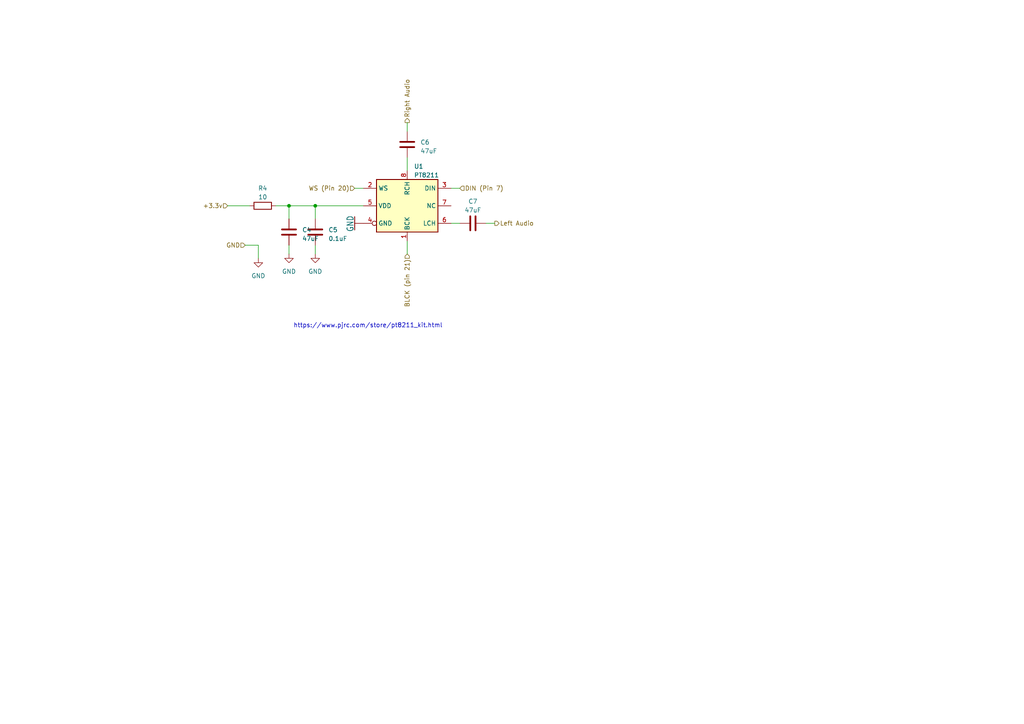
<source format=kicad_sch>
(kicad_sch (version 20230121) (generator eeschema)
  (paper "A4")
  (lib_symbols
    (symbol "A2 Drums-eagle-import:GND" (power)
      (property "Value" "GND" (at -2.54 -2.54 0))
      (symbol "GND_1_0"
        (polyline (pts (xy -1.905 0) (xy 1.905 0)) (stroke (width 0.254)))
        (pin power_in line (at 0 2.54 270) (length 2.54) (name "GND") (number "1"))
      )
    )
    (symbol "Device:C" (pin_numbers hide) (pin_names (offset 0.254))
      (property "Reference" "C" (at 0.635 2.54 0))
      (property "Value" "C" (at 0.635 -2.54 0))
      (symbol "C_0_1"
        (polyline (pts (xy -2.032 -0.762) (xy 2.032 -0.762)) (stroke (width 0.508)))
        (polyline (pts (xy -2.032 0.762) (xy 2.032 0.762)) (stroke (width 0.508)))
      )
      (symbol "C_1_1"
        (pin passive line (at 0 3.81 270) (length 2.794) (name "~") (number "1"))
        (pin passive line (at 0 -3.81 90) (length 2.794) (name "~") (number "2"))
      )
    )
    (symbol "Device:R" (pin_numbers hide) (pin_names (offset 0))
      (property "Reference" "R" (at 2.032 0 90))
      (property "Value" "R" (at 0 0 90))
      (symbol "R_0_1"
        (rectangle (start -1.016 -2.54) (end 1.016 2.54) (stroke (width 0.254)))
      )
      (symbol "R_1_1"
        (pin passive line (at 0 3.81 270) (length 1.27) (name "~") (number "1"))
        (pin passive line (at 0 -3.81 90) (length 1.27) (name "~") (number "2"))
      )
    )
    (symbol "Timer:TLC555xPS"
      (property "Reference" "U2" (at 1.9559 11.43 0))
      (property "Value" "PT8211" (at 1.9559 8.89 0))
      (symbol "TLC555xPS_0_1"
        (rectangle (start -8.89 -7.62) (end 8.89 7.62) (stroke (width 0.254)) (fill (type background)))
        (rectangle (start -8.89 7.62) (end 8.89 -7.62) (stroke (width 0.254)) (fill (type background)))
      )
      (symbol "TLC555xPS_1_0"
        (pin input line (at 0 -10.16 90) (length 2.54) (name "BCK") (number "1"))
        (pin output line (at 0 10.16 270) (length 2.54) (name "RCH") (number "8"))
      )
      (symbol "TLC555xPS_1_1"
        (pin input line (at -12.7 5.08 0) (length 3.81) (name "WS") (number "2"))
        (pin input line (at 12.7 5.08 180) (length 3.81) (name "DIN") (number "3"))
        (pin power_in inverted (at -12.7 -5.08 0) (length 3.81) (name "GND") (number "4"))
        (pin power_in line (at -12.7 0 0) (length 3.81) (name "VDD") (number "5"))
        (pin output line (at 12.7 -5.08 180) (length 3.81) (name "LCH") (number "6"))
        (pin free line (at 12.7 0 180) (length 3.81) (name "NC") (number "7"))
      )
    )
    (symbol "power:GND" (power) (pin_names (offset 0))
      (property "Value" "GND" (at 0 -3.81 0))
      (symbol "GND_0_1"
        (polyline (pts (xy 0 0) (xy 0 -1.27) (xy 1.27 -1.27) (xy 0 -2.54) (xy -1.27 -1.27) (xy 0 -1.27)))
      )
      (symbol "GND_1_1"
        (pin power_in line (at 0 0 270) (length 0) hide (name "GND") (number "1"))
      )
    )
  )
  (junction (at 83.82 59.69))
  (junction (at 91.44 59.69))
  (wire (pts (xy 118.11 45.72) (xy 118.11 49.53)))
  (wire (pts (xy 91.44 63.5) (xy 91.44 59.69)))
  (wire (pts (xy 74.93 74.93) (xy 74.93 71.12)))
  (wire (pts (xy 105.41 59.69) (xy 91.44 59.69)))
  (wire (pts (xy 140.97 64.77) (xy 143.51 64.77)))
  (wire (pts (xy 83.82 73.66) (xy 83.82 71.12)))
  (wire (pts (xy 91.44 73.66) (xy 91.44 71.12)))
  (wire (pts (xy 130.81 64.77) (xy 133.35 64.77)))
  (wire (pts (xy 118.11 35.56) (xy 118.11 38.1)))
  (wire (pts (xy 83.82 63.5) (xy 83.82 59.69)))
  (wire (pts (xy 118.11 69.85) (xy 118.11 73.66)))
  (wire (pts (xy 130.81 54.61) (xy 133.35 54.61)))
  (wire (pts (xy 83.82 59.69) (xy 80.01 59.69)))
  (wire (pts (xy 71.12 71.12) (xy 74.93 71.12)))
  (wire (pts (xy 66.04 59.69) (xy 72.39 59.69)))
  (wire (pts (xy 102.87 54.61) (xy 105.41 54.61)))
  (wire (pts (xy 91.44 59.69) (xy 83.82 59.69)))
  (text "https://www.pjrc.com/store/pt8211_kit.html" (at 85.09 95.25 0) (effects (font (size 1.27 1.27)) (justify left bottom)))
  (hierarchical_label "Left Audio" (shape output) (at 143.51 64.77 0))
  (hierarchical_label "Right Audio" (shape output) (at 118.11 35.56 90))
  (hierarchical_label "WS (Pin 20)" (shape input) (at 102.87 54.61 180))
  (hierarchical_label "DIN (Pin 7)" (shape input) (at 133.35 54.61 0))
  (hierarchical_label "BLCK (pin 21)" (shape input) (at 118.11 73.66 270))
  (hierarchical_label "+3.3v" (shape input) (at 66.04 59.69 180))
  (hierarchical_label "GND" (shape input) (at 71.12 71.12 180))
  (symbol (lib_id "power:GND") (at 83.82 73.66 0) (unit 1)
    (property "Reference" "#PWR010" (effects hide))
    (property "Value" "GND" (at 83.82 78.74 0))
  )
  (symbol (lib_id "Device:C") (at 118.11 41.91 180) (unit 1)
    (property "Reference" "C6" (at 121.92 41.275 0) (effects (justify right)))
    (property "Value" "47uF" (at 121.92 43.815 0) (effects (justify right)))
    (property "Footprint" "Capacitor_THT:C_Axial_L5.1mm_D3.1mm_P7.50mm_Horizontal" (effects hide))
  )
  (symbol (lib_id "Device:C") (at 137.16 64.77 90) (unit 1)
    (property "Reference" "C7" (at 137.16 58.42 90))
    (property "Value" "47uF" (at 137.16 60.96 90))
    (property "Footprint" "Capacitor_THT:C_Axial_L5.1mm_D3.1mm_P7.50mm_Horizontal" (effects hide))
  )
  (symbol (lib_id "A2 Drums-eagle-import:GND") (at 102.87 64.77 270) (unit 1)
    (property "Reference" "#GND01" (effects hide))
    (property "Value" "GND" (at 101.6 67.31 0) (effects (font (size 1.778 1.5113)) (justify right)))
  )
  (symbol (lib_id "Device:R") (at 76.2 59.69 90) (unit 1)
    (property "Reference" "R4" (at 76.2 54.61 90))
    (property "Value" "10" (at 76.2 57.15 90))
    (property "Footprint" "PCM_4ms_Resistor:R_Axial_DIN0207_L6.3mm_D2.5mm_P7.62mm_Horizontal" (effects hide))
  )
  (symbol (lib_id "power:GND") (at 74.93 74.93 0) (unit 1)
    (property "Reference" "#PWR012" (effects hide))
    (property "Value" "GND" (at 74.93 80.01 0))
  )
  (symbol (lib_id "Timer:TLC555xPS") (at 118.11 59.69 0) (unit 1)
    (property "Reference" "U1" (at 120.0659 48.26 0) (effects (justify left)))
    (property "Value" "PT8211" (at 120.0659 50.8 0) (effects (justify left)))
    (property "Footprint" "Package_SO:SOP-8_3.9x4.9mm_P1.27mm" (effects hide))
    (property "Datasheet" "http://www.ti.com/lit/ds/symlink/tlc555.pdf" (effects hide))
  )
  (symbol (lib_id "Device:C") (at 83.82 67.31 0) (unit 1)
    (property "Reference" "C4" (at 87.63 66.675 0) (effects (justify left)))
    (property "Value" "47uF" (at 87.63 69.215 0) (effects (justify left)))
    (property "Footprint" "Capacitor_THT:C_Axial_L5.1mm_D3.1mm_P7.50mm_Horizontal" (effects hide))
  )
  (symbol (lib_id "power:GND") (at 91.44 73.66 0) (unit 1)
    (property "Reference" "#PWR011" (effects hide))
    (property "Value" "GND" (at 91.44 78.74 0))
  )
  (symbol (lib_id "Device:C") (at 91.44 67.31 0) (unit 1)
    (property "Reference" "C5" (at 95.25 66.675 0) (effects (justify left)))
    (property "Value" "0.1uF" (at 95.25 69.215 0) (effects (justify left)))
    (property "Footprint" "Capacitor_THT:C_Axial_L5.1mm_D3.1mm_P7.50mm_Horizontal" (effects hide))
  )
)
</source>
